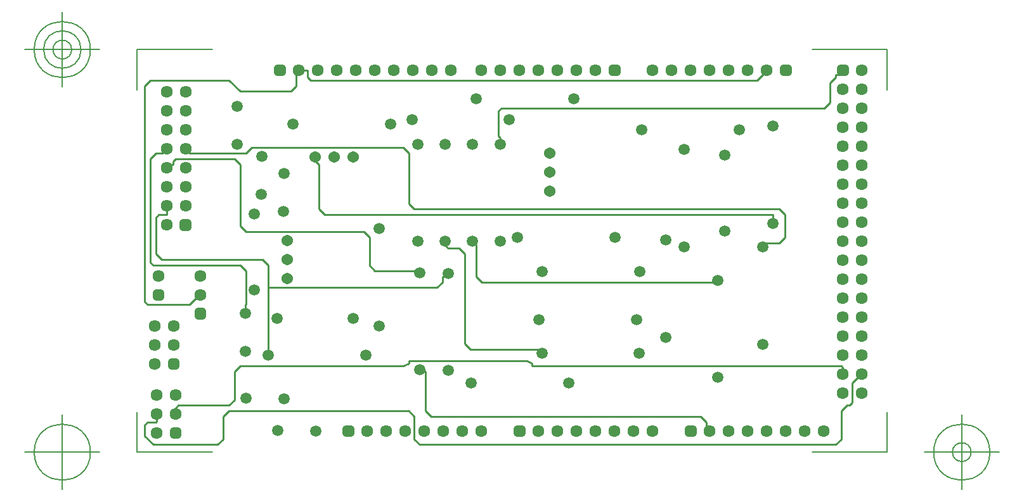
<source format=gbr>
G04 Generated by Ultiboard 14.0 *
%FSLAX34Y34*%
%MOMM*%

%ADD10C,0.0001*%
%ADD11C,0.2540*%
%ADD12C,0.1270*%
%ADD13C,1.6088*%
%ADD14R,0.5291X0.5291*%
%ADD15C,0.9949*%
%ADD16C,1.5000*%
%ADD17C,1.5366*%


G04 ColorRGB CCCCCC for the following layer *
%LNCopper Inner 2*%
%LPD*%
G54D10*
G54D11*
X772922Y227282D02*
X767282Y227282D01*
X765000Y225000D01*
X457500Y225000D01*
X450000Y232500D01*
X450000Y274580D01*
X445288Y279292D01*
X538020Y129540D02*
X532560Y135000D01*
X442500Y135000D01*
X435000Y142500D01*
X435000Y262500D01*
X427500Y270000D01*
X412500Y270000D01*
X408628Y273872D01*
X408628Y279292D01*
X846582Y303530D02*
X846582Y315000D01*
X247500Y315000D01*
X240000Y322500D01*
X240000Y382500D01*
X235458Y387042D01*
X235458Y392430D01*
X838200Y508000D02*
X832700Y502500D01*
X832500Y502500D01*
X825000Y495000D01*
X228750Y495000D01*
X225000Y498750D01*
X225000Y508000D01*
X213360Y508000D01*
X965200Y101854D02*
X960846Y97500D01*
X960000Y97500D01*
X952500Y90000D01*
X952500Y63750D01*
X948750Y60000D01*
X945000Y60000D01*
X937500Y52500D01*
X937500Y15000D01*
X930000Y7500D01*
X375000Y7500D01*
X367500Y15000D01*
X367500Y45000D01*
X360000Y52500D01*
X120000Y52500D01*
X112500Y45000D01*
X112500Y15000D01*
X105000Y7500D01*
X18750Y7500D01*
X7500Y18750D01*
X7500Y33750D01*
X11250Y37500D01*
X22500Y37500D01*
X23368Y38368D01*
X23368Y48768D01*
X762000Y25400D02*
X757500Y29900D01*
X757500Y37500D01*
X750000Y45000D01*
X390000Y45000D01*
X382500Y52500D01*
X382500Y105000D01*
X380058Y107442D01*
X374396Y107442D01*
X374396Y237442D02*
X370058Y237442D01*
X367500Y240000D01*
X315000Y240000D01*
X307500Y247500D01*
X307500Y285000D01*
X300000Y292500D01*
X142500Y292500D01*
X135000Y300000D01*
X135000Y382500D01*
X127500Y390000D01*
X48750Y390000D01*
X45000Y386250D01*
X45000Y382500D01*
X41632Y382500D01*
X36576Y377444D01*
X833120Y271986D02*
X838634Y277500D01*
X855000Y277500D01*
X862500Y285000D01*
X862500Y315000D01*
X855000Y322500D01*
X367500Y322500D01*
X360000Y330000D01*
X360000Y397500D01*
X352500Y405000D01*
X150000Y405000D01*
X142500Y397500D01*
X67320Y397500D01*
X61976Y402844D01*
X939800Y101854D02*
X939800Y110200D01*
X937500Y112500D01*
X528750Y112500D01*
X525000Y112500D01*
X525000Y116250D01*
X517500Y120000D01*
X363750Y120000D01*
X360000Y120000D01*
X360000Y116250D01*
X352500Y112500D01*
X135000Y112500D01*
X127500Y105000D01*
X127500Y67500D01*
X120000Y60000D01*
X52500Y60000D01*
X48768Y56268D01*
X48768Y48768D01*
X939800Y508254D02*
X934046Y502500D01*
X930000Y502500D01*
X930000Y498750D01*
X922500Y491250D01*
X922500Y465000D01*
X915000Y457500D01*
X483750Y457500D01*
X480000Y453750D01*
X480000Y420000D01*
X481948Y418052D01*
X481948Y409292D01*
X213360Y508000D02*
X210000Y504640D01*
X210000Y487500D01*
X202500Y480000D01*
X135000Y480000D01*
X120000Y495000D01*
X15000Y495000D01*
X7500Y487500D01*
X7500Y198750D01*
X11250Y195000D01*
X67500Y195000D01*
X75000Y202500D01*
X76008Y202500D01*
X81534Y208026D01*
X413258Y236680D02*
X409078Y232500D01*
X405000Y232500D01*
X405000Y225000D01*
X397500Y217500D01*
X172500Y135000D02*
X172720Y134780D01*
X172720Y127254D01*
X397500Y217500D02*
X172500Y217500D01*
X172500Y135000D01*
X172500Y217500D02*
X172500Y247500D01*
X165000Y255000D01*
X30000Y255000D01*
X22500Y262500D01*
X22500Y311250D01*
X26250Y315000D01*
X36576Y315000D01*
X36576Y326644D01*
X142240Y183388D02*
X142240Y194740D01*
X142500Y195000D01*
X142500Y240000D01*
X135000Y247500D01*
X18750Y247500D01*
X15000Y251250D01*
X15000Y390000D01*
X22500Y397500D01*
X31232Y397500D01*
X36576Y402844D01*
G54D12*
X-2540Y-2540D02*
X-2540Y51308D01*
X-2540Y-2540D02*
X97568Y-2540D01*
X998540Y-2540D02*
X898432Y-2540D01*
X998540Y-2540D02*
X998540Y51308D01*
X998540Y535940D02*
X998540Y482092D01*
X998540Y535940D02*
X898432Y535940D01*
X-2540Y535940D02*
X97568Y535940D01*
X-2540Y535940D02*
X-2540Y482092D01*
X-52540Y-2540D02*
X-152540Y-2540D01*
X-102540Y-52540D02*
X-102540Y47460D01*
X-140040Y-2540D02*
G75*
D01*
G02X-140040Y-2540I37500J0*
G01*
X1048540Y-2540D02*
X1148540Y-2540D01*
X1098540Y-52540D02*
X1098540Y47460D01*
X1061040Y-2540D02*
G75*
D01*
G02X1061040Y-2540I37500J0*
G01*
X1086040Y-2540D02*
G75*
D01*
G02X1086040Y-2540I12500J0*
G01*
X-52540Y535940D02*
X-152540Y535940D01*
X-102540Y485940D02*
X-102540Y585940D01*
X-140040Y535940D02*
G75*
D01*
G02X-140040Y535940I37500J0*
G01*
X-127540Y535940D02*
G75*
D01*
G02X-127540Y535940I25000J0*
G01*
X-115040Y535940D02*
G75*
D01*
G02X-115040Y535940I12500J0*
G01*
G54D13*
X939800Y279654D03*
X939800Y432054D03*
X939800Y482854D03*
X939800Y457454D03*
X939800Y355854D03*
X939800Y381254D03*
X939800Y406654D03*
X939800Y305054D03*
X939800Y330454D03*
X939800Y101854D03*
X939800Y228854D03*
X939800Y254254D03*
X939800Y203454D03*
X939800Y152654D03*
X939800Y178054D03*
X939800Y127254D03*
X939800Y76454D03*
X965200Y279654D03*
X965200Y432054D03*
X965200Y508254D03*
X965200Y482854D03*
X965200Y457454D03*
X965200Y355854D03*
X965200Y381254D03*
X965200Y406654D03*
X965200Y305054D03*
X965200Y330454D03*
X965200Y101854D03*
X965200Y228854D03*
X965200Y254254D03*
X965200Y203454D03*
X965200Y152654D03*
X965200Y178054D03*
X965200Y127254D03*
X965200Y76454D03*
X264160Y508000D03*
X238760Y508000D03*
X213360Y508000D03*
X314960Y508000D03*
X289560Y508000D03*
X340360Y508000D03*
X391160Y508000D03*
X365760Y508000D03*
X416560Y508000D03*
X457200Y508000D03*
X584200Y508000D03*
X609600Y508000D03*
X558800Y508000D03*
X508000Y508000D03*
X533400Y508000D03*
X482600Y508000D03*
X685800Y508000D03*
X812800Y508000D03*
X838200Y508000D03*
X787400Y508000D03*
X736600Y508000D03*
X762000Y508000D03*
X711200Y508000D03*
X457200Y25400D03*
X330200Y25400D03*
X304800Y25400D03*
X355600Y25400D03*
X406400Y25400D03*
X381000Y25400D03*
X431800Y25400D03*
X685800Y25908D03*
X558800Y25908D03*
X533400Y25908D03*
X584200Y25908D03*
X635000Y25908D03*
X609600Y25908D03*
X660400Y25908D03*
X914400Y25400D03*
X787400Y25400D03*
X762000Y25400D03*
X812800Y25400D03*
X863600Y25400D03*
X838200Y25400D03*
X889000Y25400D03*
X25908Y233172D03*
X81534Y208026D03*
X81534Y233426D03*
X36576Y301244D03*
X61976Y402844D03*
X61976Y352044D03*
X61976Y326644D03*
X61976Y377444D03*
X61976Y479044D03*
X61976Y428244D03*
X61976Y453644D03*
X36576Y453644D03*
X36576Y377444D03*
X36576Y326644D03*
X36576Y352044D03*
X36576Y428244D03*
X36576Y402844D03*
X36576Y479044D03*
X23368Y23368D03*
X23368Y74168D03*
X48768Y74168D03*
X23368Y48768D03*
X48768Y48768D03*
X21082Y115570D03*
X21082Y166370D03*
X46482Y166370D03*
X21082Y140970D03*
X46482Y140970D03*
G54D14*
X939800Y508254D03*
X187960Y508000D03*
X635000Y508000D03*
X863600Y508000D03*
X279400Y25400D03*
X508000Y25908D03*
X736600Y25400D03*
X25908Y207772D03*
X81534Y182626D03*
X61976Y301244D03*
X48768Y23368D03*
X46482Y115570D03*
G54D15*
X937155Y505609D02*
X942445Y505609D01*
X942445Y510899D01*
X937155Y510899D01*
X937155Y505609D01*D02*
X185315Y505355D02*
X190605Y505355D01*
X190605Y510645D01*
X185315Y510645D01*
X185315Y505355D01*D02*
X632355Y505355D02*
X637645Y505355D01*
X637645Y510645D01*
X632355Y510645D01*
X632355Y505355D01*D02*
X860955Y505355D02*
X866245Y505355D01*
X866245Y510645D01*
X860955Y510645D01*
X860955Y505355D01*D02*
X276755Y22755D02*
X282045Y22755D01*
X282045Y28045D01*
X276755Y28045D01*
X276755Y22755D01*D02*
X505355Y23263D02*
X510645Y23263D01*
X510645Y28553D01*
X505355Y28553D01*
X505355Y23263D01*D02*
X733955Y22755D02*
X739245Y22755D01*
X739245Y28045D01*
X733955Y28045D01*
X733955Y22755D01*D02*
X23263Y205127D02*
X28553Y205127D01*
X28553Y210417D01*
X23263Y210417D01*
X23263Y205127D01*D02*
X78889Y179981D02*
X84179Y179981D01*
X84179Y185271D01*
X78889Y185271D01*
X78889Y179981D01*D02*
X59331Y298599D02*
X64621Y298599D01*
X64621Y303889D01*
X59331Y303889D01*
X59331Y298599D01*D02*
X46123Y20723D02*
X51413Y20723D01*
X51413Y26013D01*
X46123Y26013D01*
X46123Y20723D01*D02*
X43837Y112925D02*
X49127Y112925D01*
X49127Y118215D01*
X43837Y118215D01*
X43837Y112925D01*D02*
G54D16*
X154042Y214422D03*
X154042Y316022D03*
X846582Y433530D03*
X846582Y303530D03*
X782320Y394462D03*
X782320Y292862D03*
X833120Y271986D03*
X833120Y141986D03*
X193548Y370078D03*
X193048Y319278D03*
X505254Y284988D03*
X635254Y284988D03*
X481948Y409292D03*
X481948Y279292D03*
X445288Y409292D03*
X445288Y279292D03*
X408628Y409292D03*
X408628Y279292D03*
X371968Y409292D03*
X371968Y279292D03*
X703326Y150924D03*
X703326Y280924D03*
X533956Y175006D03*
X663956Y175006D03*
X668226Y239014D03*
X538226Y239014D03*
X727456Y402288D03*
X727456Y272288D03*
X772922Y227282D03*
X772922Y97282D03*
X320320Y296296D03*
X320320Y166296D03*
X671370Y428498D03*
X801370Y428498D03*
X163576Y392684D03*
X163076Y341884D03*
X130556Y408940D03*
X131056Y459740D03*
X285750Y176530D03*
X184150Y176530D03*
X302720Y127254D03*
X172720Y127254D03*
X185420Y26416D03*
X236220Y25916D03*
X142494Y69342D03*
X193294Y68842D03*
X142240Y183388D03*
X141740Y132588D03*
X538020Y129540D03*
X668020Y129540D03*
X374396Y237442D03*
X374396Y107442D03*
X413258Y236680D03*
X413258Y106680D03*
X580476Y470470D03*
X450476Y470470D03*
X443532Y89662D03*
X573532Y89662D03*
X335486Y435864D03*
X205486Y435864D03*
X364284Y442468D03*
X494284Y442468D03*
G54D17*
X198118Y229682D03*
X198118Y255082D03*
X198118Y280482D03*
X286258Y392430D03*
X260858Y392430D03*
X235458Y392430D03*
X548132Y346710D03*
X548132Y372110D03*
X548132Y397510D03*

M02*

</source>
